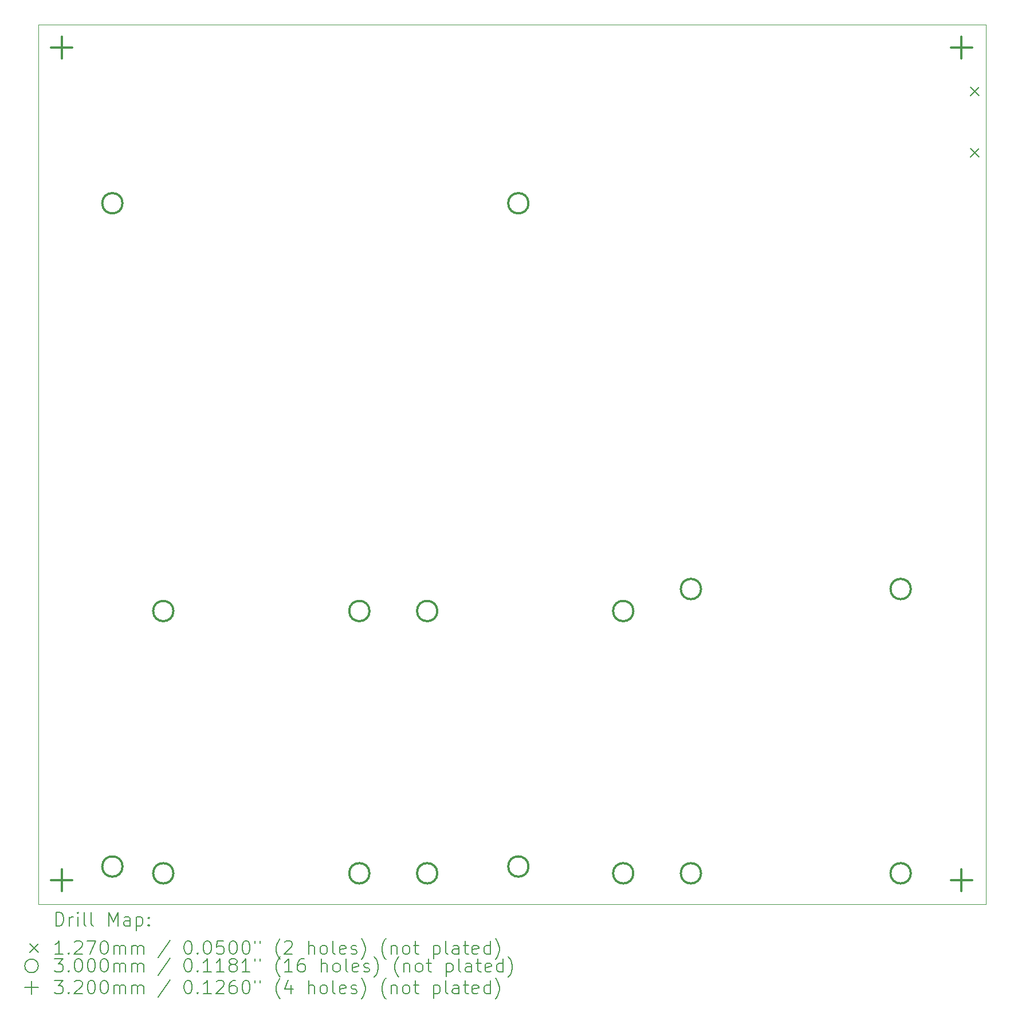
<source format=gbr>
%TF.GenerationSoftware,KiCad,Pcbnew,8.0.7-8.0.7-0~ubuntu24.10.1*%
%TF.CreationDate,2025-01-04T20:14:21+02:00*%
%TF.ProjectId,fpga_board,66706761-5f62-46f6-9172-642e6b696361,rev?*%
%TF.SameCoordinates,Original*%
%TF.FileFunction,Drillmap*%
%TF.FilePolarity,Positive*%
%FSLAX45Y45*%
G04 Gerber Fmt 4.5, Leading zero omitted, Abs format (unit mm)*
G04 Created by KiCad (PCBNEW 8.0.7-8.0.7-0~ubuntu24.10.1) date 2025-01-04 20:14:21*
%MOMM*%
%LPD*%
G01*
G04 APERTURE LIST*
%ADD10C,0.100000*%
%ADD11C,0.200000*%
%ADD12C,0.127000*%
%ADD13C,0.300000*%
%ADD14C,0.320000*%
G04 APERTURE END LIST*
D10*
X1810000Y-960000D02*
X15810000Y-960000D01*
X15810000Y-13960000D01*
X1810000Y-13960000D01*
X1810000Y-960000D01*
D11*
D12*
X15582500Y-1886500D02*
X15709500Y-2013500D01*
X15709500Y-1886500D02*
X15582500Y-2013500D01*
X15582500Y-2786500D02*
X15709500Y-2913500D01*
X15709500Y-2786500D02*
X15582500Y-2913500D01*
D13*
X3050000Y-3600000D02*
G75*
G02*
X2750000Y-3600000I-150000J0D01*
G01*
X2750000Y-3600000D02*
G75*
G02*
X3050000Y-3600000I150000J0D01*
G01*
X3050000Y-13400000D02*
G75*
G02*
X2750000Y-13400000I-150000J0D01*
G01*
X2750000Y-13400000D02*
G75*
G02*
X3050000Y-13400000I150000J0D01*
G01*
X3802500Y-9625000D02*
G75*
G02*
X3502500Y-9625000I-150000J0D01*
G01*
X3502500Y-9625000D02*
G75*
G02*
X3802500Y-9625000I150000J0D01*
G01*
X3802500Y-13500000D02*
G75*
G02*
X3502500Y-13500000I-150000J0D01*
G01*
X3502500Y-13500000D02*
G75*
G02*
X3802500Y-13500000I150000J0D01*
G01*
X6700000Y-9625000D02*
G75*
G02*
X6400000Y-9625000I-150000J0D01*
G01*
X6400000Y-9625000D02*
G75*
G02*
X6700000Y-9625000I150000J0D01*
G01*
X6700000Y-13500000D02*
G75*
G02*
X6400000Y-13500000I-150000J0D01*
G01*
X6400000Y-13500000D02*
G75*
G02*
X6700000Y-13500000I150000J0D01*
G01*
X7702500Y-9625000D02*
G75*
G02*
X7402500Y-9625000I-150000J0D01*
G01*
X7402500Y-9625000D02*
G75*
G02*
X7702500Y-9625000I150000J0D01*
G01*
X7702500Y-13500000D02*
G75*
G02*
X7402500Y-13500000I-150000J0D01*
G01*
X7402500Y-13500000D02*
G75*
G02*
X7702500Y-13500000I150000J0D01*
G01*
X9050000Y-3600000D02*
G75*
G02*
X8750000Y-3600000I-150000J0D01*
G01*
X8750000Y-3600000D02*
G75*
G02*
X9050000Y-3600000I150000J0D01*
G01*
X9050000Y-13400000D02*
G75*
G02*
X8750000Y-13400000I-150000J0D01*
G01*
X8750000Y-13400000D02*
G75*
G02*
X9050000Y-13400000I150000J0D01*
G01*
X10600000Y-9625000D02*
G75*
G02*
X10300000Y-9625000I-150000J0D01*
G01*
X10300000Y-9625000D02*
G75*
G02*
X10600000Y-9625000I150000J0D01*
G01*
X10600000Y-13500000D02*
G75*
G02*
X10300000Y-13500000I-150000J0D01*
G01*
X10300000Y-13500000D02*
G75*
G02*
X10600000Y-13500000I150000J0D01*
G01*
X11600000Y-9300000D02*
G75*
G02*
X11300000Y-9300000I-150000J0D01*
G01*
X11300000Y-9300000D02*
G75*
G02*
X11600000Y-9300000I150000J0D01*
G01*
X11600000Y-13500000D02*
G75*
G02*
X11300000Y-13500000I-150000J0D01*
G01*
X11300000Y-13500000D02*
G75*
G02*
X11600000Y-13500000I150000J0D01*
G01*
X14700000Y-9300000D02*
G75*
G02*
X14400000Y-9300000I-150000J0D01*
G01*
X14400000Y-9300000D02*
G75*
G02*
X14700000Y-9300000I150000J0D01*
G01*
X14700000Y-13500000D02*
G75*
G02*
X14400000Y-13500000I-150000J0D01*
G01*
X14400000Y-13500000D02*
G75*
G02*
X14700000Y-13500000I150000J0D01*
G01*
D14*
X2150000Y-1140000D02*
X2150000Y-1460000D01*
X1990000Y-1300000D02*
X2310000Y-1300000D01*
X2150000Y-13440000D02*
X2150000Y-13760000D01*
X1990000Y-13600000D02*
X2310000Y-13600000D01*
X15450000Y-1140000D02*
X15450000Y-1460000D01*
X15290000Y-1300000D02*
X15610000Y-1300000D01*
X15450000Y-13440000D02*
X15450000Y-13760000D01*
X15290000Y-13600000D02*
X15610000Y-13600000D01*
D11*
X2065777Y-14276484D02*
X2065777Y-14076484D01*
X2065777Y-14076484D02*
X2113396Y-14076484D01*
X2113396Y-14076484D02*
X2141967Y-14086008D01*
X2141967Y-14086008D02*
X2161015Y-14105055D01*
X2161015Y-14105055D02*
X2170539Y-14124103D01*
X2170539Y-14124103D02*
X2180063Y-14162198D01*
X2180063Y-14162198D02*
X2180063Y-14190769D01*
X2180063Y-14190769D02*
X2170539Y-14228865D01*
X2170539Y-14228865D02*
X2161015Y-14247912D01*
X2161015Y-14247912D02*
X2141967Y-14266960D01*
X2141967Y-14266960D02*
X2113396Y-14276484D01*
X2113396Y-14276484D02*
X2065777Y-14276484D01*
X2265777Y-14276484D02*
X2265777Y-14143150D01*
X2265777Y-14181246D02*
X2275301Y-14162198D01*
X2275301Y-14162198D02*
X2284824Y-14152674D01*
X2284824Y-14152674D02*
X2303872Y-14143150D01*
X2303872Y-14143150D02*
X2322920Y-14143150D01*
X2389586Y-14276484D02*
X2389586Y-14143150D01*
X2389586Y-14076484D02*
X2380063Y-14086008D01*
X2380063Y-14086008D02*
X2389586Y-14095531D01*
X2389586Y-14095531D02*
X2399110Y-14086008D01*
X2399110Y-14086008D02*
X2389586Y-14076484D01*
X2389586Y-14076484D02*
X2389586Y-14095531D01*
X2513396Y-14276484D02*
X2494348Y-14266960D01*
X2494348Y-14266960D02*
X2484824Y-14247912D01*
X2484824Y-14247912D02*
X2484824Y-14076484D01*
X2618158Y-14276484D02*
X2599110Y-14266960D01*
X2599110Y-14266960D02*
X2589586Y-14247912D01*
X2589586Y-14247912D02*
X2589586Y-14076484D01*
X2846729Y-14276484D02*
X2846729Y-14076484D01*
X2846729Y-14076484D02*
X2913396Y-14219341D01*
X2913396Y-14219341D02*
X2980062Y-14076484D01*
X2980062Y-14076484D02*
X2980062Y-14276484D01*
X3161015Y-14276484D02*
X3161015Y-14171722D01*
X3161015Y-14171722D02*
X3151491Y-14152674D01*
X3151491Y-14152674D02*
X3132443Y-14143150D01*
X3132443Y-14143150D02*
X3094348Y-14143150D01*
X3094348Y-14143150D02*
X3075301Y-14152674D01*
X3161015Y-14266960D02*
X3141967Y-14276484D01*
X3141967Y-14276484D02*
X3094348Y-14276484D01*
X3094348Y-14276484D02*
X3075301Y-14266960D01*
X3075301Y-14266960D02*
X3065777Y-14247912D01*
X3065777Y-14247912D02*
X3065777Y-14228865D01*
X3065777Y-14228865D02*
X3075301Y-14209817D01*
X3075301Y-14209817D02*
X3094348Y-14200293D01*
X3094348Y-14200293D02*
X3141967Y-14200293D01*
X3141967Y-14200293D02*
X3161015Y-14190769D01*
X3256253Y-14143150D02*
X3256253Y-14343150D01*
X3256253Y-14152674D02*
X3275301Y-14143150D01*
X3275301Y-14143150D02*
X3313396Y-14143150D01*
X3313396Y-14143150D02*
X3332443Y-14152674D01*
X3332443Y-14152674D02*
X3341967Y-14162198D01*
X3341967Y-14162198D02*
X3351491Y-14181246D01*
X3351491Y-14181246D02*
X3351491Y-14238388D01*
X3351491Y-14238388D02*
X3341967Y-14257436D01*
X3341967Y-14257436D02*
X3332443Y-14266960D01*
X3332443Y-14266960D02*
X3313396Y-14276484D01*
X3313396Y-14276484D02*
X3275301Y-14276484D01*
X3275301Y-14276484D02*
X3256253Y-14266960D01*
X3437205Y-14257436D02*
X3446729Y-14266960D01*
X3446729Y-14266960D02*
X3437205Y-14276484D01*
X3437205Y-14276484D02*
X3427682Y-14266960D01*
X3427682Y-14266960D02*
X3437205Y-14257436D01*
X3437205Y-14257436D02*
X3437205Y-14276484D01*
X3437205Y-14152674D02*
X3446729Y-14162198D01*
X3446729Y-14162198D02*
X3437205Y-14171722D01*
X3437205Y-14171722D02*
X3427682Y-14162198D01*
X3427682Y-14162198D02*
X3437205Y-14152674D01*
X3437205Y-14152674D02*
X3437205Y-14171722D01*
D12*
X1678000Y-14541500D02*
X1805000Y-14668500D01*
X1805000Y-14541500D02*
X1678000Y-14668500D01*
D11*
X2170539Y-14696484D02*
X2056253Y-14696484D01*
X2113396Y-14696484D02*
X2113396Y-14496484D01*
X2113396Y-14496484D02*
X2094348Y-14525055D01*
X2094348Y-14525055D02*
X2075301Y-14544103D01*
X2075301Y-14544103D02*
X2056253Y-14553627D01*
X2256253Y-14677436D02*
X2265777Y-14686960D01*
X2265777Y-14686960D02*
X2256253Y-14696484D01*
X2256253Y-14696484D02*
X2246729Y-14686960D01*
X2246729Y-14686960D02*
X2256253Y-14677436D01*
X2256253Y-14677436D02*
X2256253Y-14696484D01*
X2341967Y-14515531D02*
X2351491Y-14506008D01*
X2351491Y-14506008D02*
X2370539Y-14496484D01*
X2370539Y-14496484D02*
X2418158Y-14496484D01*
X2418158Y-14496484D02*
X2437205Y-14506008D01*
X2437205Y-14506008D02*
X2446729Y-14515531D01*
X2446729Y-14515531D02*
X2456253Y-14534579D01*
X2456253Y-14534579D02*
X2456253Y-14553627D01*
X2456253Y-14553627D02*
X2446729Y-14582198D01*
X2446729Y-14582198D02*
X2332444Y-14696484D01*
X2332444Y-14696484D02*
X2456253Y-14696484D01*
X2522920Y-14496484D02*
X2656253Y-14496484D01*
X2656253Y-14496484D02*
X2570539Y-14696484D01*
X2770539Y-14496484D02*
X2789586Y-14496484D01*
X2789586Y-14496484D02*
X2808634Y-14506008D01*
X2808634Y-14506008D02*
X2818158Y-14515531D01*
X2818158Y-14515531D02*
X2827682Y-14534579D01*
X2827682Y-14534579D02*
X2837205Y-14572674D01*
X2837205Y-14572674D02*
X2837205Y-14620293D01*
X2837205Y-14620293D02*
X2827682Y-14658388D01*
X2827682Y-14658388D02*
X2818158Y-14677436D01*
X2818158Y-14677436D02*
X2808634Y-14686960D01*
X2808634Y-14686960D02*
X2789586Y-14696484D01*
X2789586Y-14696484D02*
X2770539Y-14696484D01*
X2770539Y-14696484D02*
X2751491Y-14686960D01*
X2751491Y-14686960D02*
X2741967Y-14677436D01*
X2741967Y-14677436D02*
X2732444Y-14658388D01*
X2732444Y-14658388D02*
X2722920Y-14620293D01*
X2722920Y-14620293D02*
X2722920Y-14572674D01*
X2722920Y-14572674D02*
X2732444Y-14534579D01*
X2732444Y-14534579D02*
X2741967Y-14515531D01*
X2741967Y-14515531D02*
X2751491Y-14506008D01*
X2751491Y-14506008D02*
X2770539Y-14496484D01*
X2922920Y-14696484D02*
X2922920Y-14563150D01*
X2922920Y-14582198D02*
X2932443Y-14572674D01*
X2932443Y-14572674D02*
X2951491Y-14563150D01*
X2951491Y-14563150D02*
X2980063Y-14563150D01*
X2980063Y-14563150D02*
X2999110Y-14572674D01*
X2999110Y-14572674D02*
X3008634Y-14591722D01*
X3008634Y-14591722D02*
X3008634Y-14696484D01*
X3008634Y-14591722D02*
X3018158Y-14572674D01*
X3018158Y-14572674D02*
X3037205Y-14563150D01*
X3037205Y-14563150D02*
X3065777Y-14563150D01*
X3065777Y-14563150D02*
X3084824Y-14572674D01*
X3084824Y-14572674D02*
X3094348Y-14591722D01*
X3094348Y-14591722D02*
X3094348Y-14696484D01*
X3189586Y-14696484D02*
X3189586Y-14563150D01*
X3189586Y-14582198D02*
X3199110Y-14572674D01*
X3199110Y-14572674D02*
X3218158Y-14563150D01*
X3218158Y-14563150D02*
X3246729Y-14563150D01*
X3246729Y-14563150D02*
X3265777Y-14572674D01*
X3265777Y-14572674D02*
X3275301Y-14591722D01*
X3275301Y-14591722D02*
X3275301Y-14696484D01*
X3275301Y-14591722D02*
X3284824Y-14572674D01*
X3284824Y-14572674D02*
X3303872Y-14563150D01*
X3303872Y-14563150D02*
X3332443Y-14563150D01*
X3332443Y-14563150D02*
X3351491Y-14572674D01*
X3351491Y-14572674D02*
X3361015Y-14591722D01*
X3361015Y-14591722D02*
X3361015Y-14696484D01*
X3751491Y-14486960D02*
X3580063Y-14744103D01*
X4008634Y-14496484D02*
X4027682Y-14496484D01*
X4027682Y-14496484D02*
X4046729Y-14506008D01*
X4046729Y-14506008D02*
X4056253Y-14515531D01*
X4056253Y-14515531D02*
X4065777Y-14534579D01*
X4065777Y-14534579D02*
X4075301Y-14572674D01*
X4075301Y-14572674D02*
X4075301Y-14620293D01*
X4075301Y-14620293D02*
X4065777Y-14658388D01*
X4065777Y-14658388D02*
X4056253Y-14677436D01*
X4056253Y-14677436D02*
X4046729Y-14686960D01*
X4046729Y-14686960D02*
X4027682Y-14696484D01*
X4027682Y-14696484D02*
X4008634Y-14696484D01*
X4008634Y-14696484D02*
X3989586Y-14686960D01*
X3989586Y-14686960D02*
X3980063Y-14677436D01*
X3980063Y-14677436D02*
X3970539Y-14658388D01*
X3970539Y-14658388D02*
X3961015Y-14620293D01*
X3961015Y-14620293D02*
X3961015Y-14572674D01*
X3961015Y-14572674D02*
X3970539Y-14534579D01*
X3970539Y-14534579D02*
X3980063Y-14515531D01*
X3980063Y-14515531D02*
X3989586Y-14506008D01*
X3989586Y-14506008D02*
X4008634Y-14496484D01*
X4161015Y-14677436D02*
X4170539Y-14686960D01*
X4170539Y-14686960D02*
X4161015Y-14696484D01*
X4161015Y-14696484D02*
X4151491Y-14686960D01*
X4151491Y-14686960D02*
X4161015Y-14677436D01*
X4161015Y-14677436D02*
X4161015Y-14696484D01*
X4294348Y-14496484D02*
X4313396Y-14496484D01*
X4313396Y-14496484D02*
X4332444Y-14506008D01*
X4332444Y-14506008D02*
X4341968Y-14515531D01*
X4341968Y-14515531D02*
X4351491Y-14534579D01*
X4351491Y-14534579D02*
X4361015Y-14572674D01*
X4361015Y-14572674D02*
X4361015Y-14620293D01*
X4361015Y-14620293D02*
X4351491Y-14658388D01*
X4351491Y-14658388D02*
X4341968Y-14677436D01*
X4341968Y-14677436D02*
X4332444Y-14686960D01*
X4332444Y-14686960D02*
X4313396Y-14696484D01*
X4313396Y-14696484D02*
X4294348Y-14696484D01*
X4294348Y-14696484D02*
X4275301Y-14686960D01*
X4275301Y-14686960D02*
X4265777Y-14677436D01*
X4265777Y-14677436D02*
X4256253Y-14658388D01*
X4256253Y-14658388D02*
X4246729Y-14620293D01*
X4246729Y-14620293D02*
X4246729Y-14572674D01*
X4246729Y-14572674D02*
X4256253Y-14534579D01*
X4256253Y-14534579D02*
X4265777Y-14515531D01*
X4265777Y-14515531D02*
X4275301Y-14506008D01*
X4275301Y-14506008D02*
X4294348Y-14496484D01*
X4541968Y-14496484D02*
X4446729Y-14496484D01*
X4446729Y-14496484D02*
X4437206Y-14591722D01*
X4437206Y-14591722D02*
X4446729Y-14582198D01*
X4446729Y-14582198D02*
X4465777Y-14572674D01*
X4465777Y-14572674D02*
X4513396Y-14572674D01*
X4513396Y-14572674D02*
X4532444Y-14582198D01*
X4532444Y-14582198D02*
X4541968Y-14591722D01*
X4541968Y-14591722D02*
X4551491Y-14610769D01*
X4551491Y-14610769D02*
X4551491Y-14658388D01*
X4551491Y-14658388D02*
X4541968Y-14677436D01*
X4541968Y-14677436D02*
X4532444Y-14686960D01*
X4532444Y-14686960D02*
X4513396Y-14696484D01*
X4513396Y-14696484D02*
X4465777Y-14696484D01*
X4465777Y-14696484D02*
X4446729Y-14686960D01*
X4446729Y-14686960D02*
X4437206Y-14677436D01*
X4675301Y-14496484D02*
X4694349Y-14496484D01*
X4694349Y-14496484D02*
X4713396Y-14506008D01*
X4713396Y-14506008D02*
X4722920Y-14515531D01*
X4722920Y-14515531D02*
X4732444Y-14534579D01*
X4732444Y-14534579D02*
X4741968Y-14572674D01*
X4741968Y-14572674D02*
X4741968Y-14620293D01*
X4741968Y-14620293D02*
X4732444Y-14658388D01*
X4732444Y-14658388D02*
X4722920Y-14677436D01*
X4722920Y-14677436D02*
X4713396Y-14686960D01*
X4713396Y-14686960D02*
X4694349Y-14696484D01*
X4694349Y-14696484D02*
X4675301Y-14696484D01*
X4675301Y-14696484D02*
X4656253Y-14686960D01*
X4656253Y-14686960D02*
X4646729Y-14677436D01*
X4646729Y-14677436D02*
X4637206Y-14658388D01*
X4637206Y-14658388D02*
X4627682Y-14620293D01*
X4627682Y-14620293D02*
X4627682Y-14572674D01*
X4627682Y-14572674D02*
X4637206Y-14534579D01*
X4637206Y-14534579D02*
X4646729Y-14515531D01*
X4646729Y-14515531D02*
X4656253Y-14506008D01*
X4656253Y-14506008D02*
X4675301Y-14496484D01*
X4865777Y-14496484D02*
X4884825Y-14496484D01*
X4884825Y-14496484D02*
X4903872Y-14506008D01*
X4903872Y-14506008D02*
X4913396Y-14515531D01*
X4913396Y-14515531D02*
X4922920Y-14534579D01*
X4922920Y-14534579D02*
X4932444Y-14572674D01*
X4932444Y-14572674D02*
X4932444Y-14620293D01*
X4932444Y-14620293D02*
X4922920Y-14658388D01*
X4922920Y-14658388D02*
X4913396Y-14677436D01*
X4913396Y-14677436D02*
X4903872Y-14686960D01*
X4903872Y-14686960D02*
X4884825Y-14696484D01*
X4884825Y-14696484D02*
X4865777Y-14696484D01*
X4865777Y-14696484D02*
X4846729Y-14686960D01*
X4846729Y-14686960D02*
X4837206Y-14677436D01*
X4837206Y-14677436D02*
X4827682Y-14658388D01*
X4827682Y-14658388D02*
X4818158Y-14620293D01*
X4818158Y-14620293D02*
X4818158Y-14572674D01*
X4818158Y-14572674D02*
X4827682Y-14534579D01*
X4827682Y-14534579D02*
X4837206Y-14515531D01*
X4837206Y-14515531D02*
X4846729Y-14506008D01*
X4846729Y-14506008D02*
X4865777Y-14496484D01*
X5008634Y-14496484D02*
X5008634Y-14534579D01*
X5084825Y-14496484D02*
X5084825Y-14534579D01*
X5380063Y-14772674D02*
X5370539Y-14763150D01*
X5370539Y-14763150D02*
X5351491Y-14734579D01*
X5351491Y-14734579D02*
X5341968Y-14715531D01*
X5341968Y-14715531D02*
X5332444Y-14686960D01*
X5332444Y-14686960D02*
X5322920Y-14639341D01*
X5322920Y-14639341D02*
X5322920Y-14601246D01*
X5322920Y-14601246D02*
X5332444Y-14553627D01*
X5332444Y-14553627D02*
X5341968Y-14525055D01*
X5341968Y-14525055D02*
X5351491Y-14506008D01*
X5351491Y-14506008D02*
X5370539Y-14477436D01*
X5370539Y-14477436D02*
X5380063Y-14467912D01*
X5446730Y-14515531D02*
X5456253Y-14506008D01*
X5456253Y-14506008D02*
X5475301Y-14496484D01*
X5475301Y-14496484D02*
X5522920Y-14496484D01*
X5522920Y-14496484D02*
X5541968Y-14506008D01*
X5541968Y-14506008D02*
X5551491Y-14515531D01*
X5551491Y-14515531D02*
X5561015Y-14534579D01*
X5561015Y-14534579D02*
X5561015Y-14553627D01*
X5561015Y-14553627D02*
X5551491Y-14582198D01*
X5551491Y-14582198D02*
X5437206Y-14696484D01*
X5437206Y-14696484D02*
X5561015Y-14696484D01*
X5799110Y-14696484D02*
X5799110Y-14496484D01*
X5884825Y-14696484D02*
X5884825Y-14591722D01*
X5884825Y-14591722D02*
X5875301Y-14572674D01*
X5875301Y-14572674D02*
X5856253Y-14563150D01*
X5856253Y-14563150D02*
X5827682Y-14563150D01*
X5827682Y-14563150D02*
X5808634Y-14572674D01*
X5808634Y-14572674D02*
X5799110Y-14582198D01*
X6008634Y-14696484D02*
X5989587Y-14686960D01*
X5989587Y-14686960D02*
X5980063Y-14677436D01*
X5980063Y-14677436D02*
X5970539Y-14658388D01*
X5970539Y-14658388D02*
X5970539Y-14601246D01*
X5970539Y-14601246D02*
X5980063Y-14582198D01*
X5980063Y-14582198D02*
X5989587Y-14572674D01*
X5989587Y-14572674D02*
X6008634Y-14563150D01*
X6008634Y-14563150D02*
X6037206Y-14563150D01*
X6037206Y-14563150D02*
X6056253Y-14572674D01*
X6056253Y-14572674D02*
X6065777Y-14582198D01*
X6065777Y-14582198D02*
X6075301Y-14601246D01*
X6075301Y-14601246D02*
X6075301Y-14658388D01*
X6075301Y-14658388D02*
X6065777Y-14677436D01*
X6065777Y-14677436D02*
X6056253Y-14686960D01*
X6056253Y-14686960D02*
X6037206Y-14696484D01*
X6037206Y-14696484D02*
X6008634Y-14696484D01*
X6189587Y-14696484D02*
X6170539Y-14686960D01*
X6170539Y-14686960D02*
X6161015Y-14667912D01*
X6161015Y-14667912D02*
X6161015Y-14496484D01*
X6341968Y-14686960D02*
X6322920Y-14696484D01*
X6322920Y-14696484D02*
X6284825Y-14696484D01*
X6284825Y-14696484D02*
X6265777Y-14686960D01*
X6265777Y-14686960D02*
X6256253Y-14667912D01*
X6256253Y-14667912D02*
X6256253Y-14591722D01*
X6256253Y-14591722D02*
X6265777Y-14572674D01*
X6265777Y-14572674D02*
X6284825Y-14563150D01*
X6284825Y-14563150D02*
X6322920Y-14563150D01*
X6322920Y-14563150D02*
X6341968Y-14572674D01*
X6341968Y-14572674D02*
X6351491Y-14591722D01*
X6351491Y-14591722D02*
X6351491Y-14610769D01*
X6351491Y-14610769D02*
X6256253Y-14629817D01*
X6427682Y-14686960D02*
X6446730Y-14696484D01*
X6446730Y-14696484D02*
X6484825Y-14696484D01*
X6484825Y-14696484D02*
X6503872Y-14686960D01*
X6503872Y-14686960D02*
X6513396Y-14667912D01*
X6513396Y-14667912D02*
X6513396Y-14658388D01*
X6513396Y-14658388D02*
X6503872Y-14639341D01*
X6503872Y-14639341D02*
X6484825Y-14629817D01*
X6484825Y-14629817D02*
X6456253Y-14629817D01*
X6456253Y-14629817D02*
X6437206Y-14620293D01*
X6437206Y-14620293D02*
X6427682Y-14601246D01*
X6427682Y-14601246D02*
X6427682Y-14591722D01*
X6427682Y-14591722D02*
X6437206Y-14572674D01*
X6437206Y-14572674D02*
X6456253Y-14563150D01*
X6456253Y-14563150D02*
X6484825Y-14563150D01*
X6484825Y-14563150D02*
X6503872Y-14572674D01*
X6580063Y-14772674D02*
X6589587Y-14763150D01*
X6589587Y-14763150D02*
X6608634Y-14734579D01*
X6608634Y-14734579D02*
X6618158Y-14715531D01*
X6618158Y-14715531D02*
X6627682Y-14686960D01*
X6627682Y-14686960D02*
X6637206Y-14639341D01*
X6637206Y-14639341D02*
X6637206Y-14601246D01*
X6637206Y-14601246D02*
X6627682Y-14553627D01*
X6627682Y-14553627D02*
X6618158Y-14525055D01*
X6618158Y-14525055D02*
X6608634Y-14506008D01*
X6608634Y-14506008D02*
X6589587Y-14477436D01*
X6589587Y-14477436D02*
X6580063Y-14467912D01*
X6941968Y-14772674D02*
X6932444Y-14763150D01*
X6932444Y-14763150D02*
X6913396Y-14734579D01*
X6913396Y-14734579D02*
X6903872Y-14715531D01*
X6903872Y-14715531D02*
X6894349Y-14686960D01*
X6894349Y-14686960D02*
X6884825Y-14639341D01*
X6884825Y-14639341D02*
X6884825Y-14601246D01*
X6884825Y-14601246D02*
X6894349Y-14553627D01*
X6894349Y-14553627D02*
X6903872Y-14525055D01*
X6903872Y-14525055D02*
X6913396Y-14506008D01*
X6913396Y-14506008D02*
X6932444Y-14477436D01*
X6932444Y-14477436D02*
X6941968Y-14467912D01*
X7018158Y-14563150D02*
X7018158Y-14696484D01*
X7018158Y-14582198D02*
X7027682Y-14572674D01*
X7027682Y-14572674D02*
X7046730Y-14563150D01*
X7046730Y-14563150D02*
X7075301Y-14563150D01*
X7075301Y-14563150D02*
X7094349Y-14572674D01*
X7094349Y-14572674D02*
X7103872Y-14591722D01*
X7103872Y-14591722D02*
X7103872Y-14696484D01*
X7227682Y-14696484D02*
X7208634Y-14686960D01*
X7208634Y-14686960D02*
X7199111Y-14677436D01*
X7199111Y-14677436D02*
X7189587Y-14658388D01*
X7189587Y-14658388D02*
X7189587Y-14601246D01*
X7189587Y-14601246D02*
X7199111Y-14582198D01*
X7199111Y-14582198D02*
X7208634Y-14572674D01*
X7208634Y-14572674D02*
X7227682Y-14563150D01*
X7227682Y-14563150D02*
X7256253Y-14563150D01*
X7256253Y-14563150D02*
X7275301Y-14572674D01*
X7275301Y-14572674D02*
X7284825Y-14582198D01*
X7284825Y-14582198D02*
X7294349Y-14601246D01*
X7294349Y-14601246D02*
X7294349Y-14658388D01*
X7294349Y-14658388D02*
X7284825Y-14677436D01*
X7284825Y-14677436D02*
X7275301Y-14686960D01*
X7275301Y-14686960D02*
X7256253Y-14696484D01*
X7256253Y-14696484D02*
X7227682Y-14696484D01*
X7351492Y-14563150D02*
X7427682Y-14563150D01*
X7380063Y-14496484D02*
X7380063Y-14667912D01*
X7380063Y-14667912D02*
X7389587Y-14686960D01*
X7389587Y-14686960D02*
X7408634Y-14696484D01*
X7408634Y-14696484D02*
X7427682Y-14696484D01*
X7646730Y-14563150D02*
X7646730Y-14763150D01*
X7646730Y-14572674D02*
X7665777Y-14563150D01*
X7665777Y-14563150D02*
X7703873Y-14563150D01*
X7703873Y-14563150D02*
X7722920Y-14572674D01*
X7722920Y-14572674D02*
X7732444Y-14582198D01*
X7732444Y-14582198D02*
X7741968Y-14601246D01*
X7741968Y-14601246D02*
X7741968Y-14658388D01*
X7741968Y-14658388D02*
X7732444Y-14677436D01*
X7732444Y-14677436D02*
X7722920Y-14686960D01*
X7722920Y-14686960D02*
X7703873Y-14696484D01*
X7703873Y-14696484D02*
X7665777Y-14696484D01*
X7665777Y-14696484D02*
X7646730Y-14686960D01*
X7856253Y-14696484D02*
X7837206Y-14686960D01*
X7837206Y-14686960D02*
X7827682Y-14667912D01*
X7827682Y-14667912D02*
X7827682Y-14496484D01*
X8018158Y-14696484D02*
X8018158Y-14591722D01*
X8018158Y-14591722D02*
X8008634Y-14572674D01*
X8008634Y-14572674D02*
X7989587Y-14563150D01*
X7989587Y-14563150D02*
X7951492Y-14563150D01*
X7951492Y-14563150D02*
X7932444Y-14572674D01*
X8018158Y-14686960D02*
X7999111Y-14696484D01*
X7999111Y-14696484D02*
X7951492Y-14696484D01*
X7951492Y-14696484D02*
X7932444Y-14686960D01*
X7932444Y-14686960D02*
X7922920Y-14667912D01*
X7922920Y-14667912D02*
X7922920Y-14648865D01*
X7922920Y-14648865D02*
X7932444Y-14629817D01*
X7932444Y-14629817D02*
X7951492Y-14620293D01*
X7951492Y-14620293D02*
X7999111Y-14620293D01*
X7999111Y-14620293D02*
X8018158Y-14610769D01*
X8084825Y-14563150D02*
X8161015Y-14563150D01*
X8113396Y-14496484D02*
X8113396Y-14667912D01*
X8113396Y-14667912D02*
X8122920Y-14686960D01*
X8122920Y-14686960D02*
X8141968Y-14696484D01*
X8141968Y-14696484D02*
X8161015Y-14696484D01*
X8303873Y-14686960D02*
X8284825Y-14696484D01*
X8284825Y-14696484D02*
X8246730Y-14696484D01*
X8246730Y-14696484D02*
X8227682Y-14686960D01*
X8227682Y-14686960D02*
X8218158Y-14667912D01*
X8218158Y-14667912D02*
X8218158Y-14591722D01*
X8218158Y-14591722D02*
X8227682Y-14572674D01*
X8227682Y-14572674D02*
X8246730Y-14563150D01*
X8246730Y-14563150D02*
X8284825Y-14563150D01*
X8284825Y-14563150D02*
X8303873Y-14572674D01*
X8303873Y-14572674D02*
X8313396Y-14591722D01*
X8313396Y-14591722D02*
X8313396Y-14610769D01*
X8313396Y-14610769D02*
X8218158Y-14629817D01*
X8484825Y-14696484D02*
X8484825Y-14496484D01*
X8484825Y-14686960D02*
X8465777Y-14696484D01*
X8465777Y-14696484D02*
X8427682Y-14696484D01*
X8427682Y-14696484D02*
X8408635Y-14686960D01*
X8408635Y-14686960D02*
X8399111Y-14677436D01*
X8399111Y-14677436D02*
X8389587Y-14658388D01*
X8389587Y-14658388D02*
X8389587Y-14601246D01*
X8389587Y-14601246D02*
X8399111Y-14582198D01*
X8399111Y-14582198D02*
X8408635Y-14572674D01*
X8408635Y-14572674D02*
X8427682Y-14563150D01*
X8427682Y-14563150D02*
X8465777Y-14563150D01*
X8465777Y-14563150D02*
X8484825Y-14572674D01*
X8561016Y-14772674D02*
X8570539Y-14763150D01*
X8570539Y-14763150D02*
X8589587Y-14734579D01*
X8589587Y-14734579D02*
X8599111Y-14715531D01*
X8599111Y-14715531D02*
X8608635Y-14686960D01*
X8608635Y-14686960D02*
X8618158Y-14639341D01*
X8618158Y-14639341D02*
X8618158Y-14601246D01*
X8618158Y-14601246D02*
X8608635Y-14553627D01*
X8608635Y-14553627D02*
X8599111Y-14525055D01*
X8599111Y-14525055D02*
X8589587Y-14506008D01*
X8589587Y-14506008D02*
X8570539Y-14477436D01*
X8570539Y-14477436D02*
X8561016Y-14467912D01*
X1805000Y-14869000D02*
G75*
G02*
X1605000Y-14869000I-100000J0D01*
G01*
X1605000Y-14869000D02*
G75*
G02*
X1805000Y-14869000I100000J0D01*
G01*
X2046729Y-14760484D02*
X2170539Y-14760484D01*
X2170539Y-14760484D02*
X2103872Y-14836674D01*
X2103872Y-14836674D02*
X2132444Y-14836674D01*
X2132444Y-14836674D02*
X2151491Y-14846198D01*
X2151491Y-14846198D02*
X2161015Y-14855722D01*
X2161015Y-14855722D02*
X2170539Y-14874769D01*
X2170539Y-14874769D02*
X2170539Y-14922388D01*
X2170539Y-14922388D02*
X2161015Y-14941436D01*
X2161015Y-14941436D02*
X2151491Y-14950960D01*
X2151491Y-14950960D02*
X2132444Y-14960484D01*
X2132444Y-14960484D02*
X2075301Y-14960484D01*
X2075301Y-14960484D02*
X2056253Y-14950960D01*
X2056253Y-14950960D02*
X2046729Y-14941436D01*
X2256253Y-14941436D02*
X2265777Y-14950960D01*
X2265777Y-14950960D02*
X2256253Y-14960484D01*
X2256253Y-14960484D02*
X2246729Y-14950960D01*
X2246729Y-14950960D02*
X2256253Y-14941436D01*
X2256253Y-14941436D02*
X2256253Y-14960484D01*
X2389586Y-14760484D02*
X2408634Y-14760484D01*
X2408634Y-14760484D02*
X2427682Y-14770008D01*
X2427682Y-14770008D02*
X2437205Y-14779531D01*
X2437205Y-14779531D02*
X2446729Y-14798579D01*
X2446729Y-14798579D02*
X2456253Y-14836674D01*
X2456253Y-14836674D02*
X2456253Y-14884293D01*
X2456253Y-14884293D02*
X2446729Y-14922388D01*
X2446729Y-14922388D02*
X2437205Y-14941436D01*
X2437205Y-14941436D02*
X2427682Y-14950960D01*
X2427682Y-14950960D02*
X2408634Y-14960484D01*
X2408634Y-14960484D02*
X2389586Y-14960484D01*
X2389586Y-14960484D02*
X2370539Y-14950960D01*
X2370539Y-14950960D02*
X2361015Y-14941436D01*
X2361015Y-14941436D02*
X2351491Y-14922388D01*
X2351491Y-14922388D02*
X2341967Y-14884293D01*
X2341967Y-14884293D02*
X2341967Y-14836674D01*
X2341967Y-14836674D02*
X2351491Y-14798579D01*
X2351491Y-14798579D02*
X2361015Y-14779531D01*
X2361015Y-14779531D02*
X2370539Y-14770008D01*
X2370539Y-14770008D02*
X2389586Y-14760484D01*
X2580063Y-14760484D02*
X2599110Y-14760484D01*
X2599110Y-14760484D02*
X2618158Y-14770008D01*
X2618158Y-14770008D02*
X2627682Y-14779531D01*
X2627682Y-14779531D02*
X2637205Y-14798579D01*
X2637205Y-14798579D02*
X2646729Y-14836674D01*
X2646729Y-14836674D02*
X2646729Y-14884293D01*
X2646729Y-14884293D02*
X2637205Y-14922388D01*
X2637205Y-14922388D02*
X2627682Y-14941436D01*
X2627682Y-14941436D02*
X2618158Y-14950960D01*
X2618158Y-14950960D02*
X2599110Y-14960484D01*
X2599110Y-14960484D02*
X2580063Y-14960484D01*
X2580063Y-14960484D02*
X2561015Y-14950960D01*
X2561015Y-14950960D02*
X2551491Y-14941436D01*
X2551491Y-14941436D02*
X2541967Y-14922388D01*
X2541967Y-14922388D02*
X2532444Y-14884293D01*
X2532444Y-14884293D02*
X2532444Y-14836674D01*
X2532444Y-14836674D02*
X2541967Y-14798579D01*
X2541967Y-14798579D02*
X2551491Y-14779531D01*
X2551491Y-14779531D02*
X2561015Y-14770008D01*
X2561015Y-14770008D02*
X2580063Y-14760484D01*
X2770539Y-14760484D02*
X2789586Y-14760484D01*
X2789586Y-14760484D02*
X2808634Y-14770008D01*
X2808634Y-14770008D02*
X2818158Y-14779531D01*
X2818158Y-14779531D02*
X2827682Y-14798579D01*
X2827682Y-14798579D02*
X2837205Y-14836674D01*
X2837205Y-14836674D02*
X2837205Y-14884293D01*
X2837205Y-14884293D02*
X2827682Y-14922388D01*
X2827682Y-14922388D02*
X2818158Y-14941436D01*
X2818158Y-14941436D02*
X2808634Y-14950960D01*
X2808634Y-14950960D02*
X2789586Y-14960484D01*
X2789586Y-14960484D02*
X2770539Y-14960484D01*
X2770539Y-14960484D02*
X2751491Y-14950960D01*
X2751491Y-14950960D02*
X2741967Y-14941436D01*
X2741967Y-14941436D02*
X2732444Y-14922388D01*
X2732444Y-14922388D02*
X2722920Y-14884293D01*
X2722920Y-14884293D02*
X2722920Y-14836674D01*
X2722920Y-14836674D02*
X2732444Y-14798579D01*
X2732444Y-14798579D02*
X2741967Y-14779531D01*
X2741967Y-14779531D02*
X2751491Y-14770008D01*
X2751491Y-14770008D02*
X2770539Y-14760484D01*
X2922920Y-14960484D02*
X2922920Y-14827150D01*
X2922920Y-14846198D02*
X2932443Y-14836674D01*
X2932443Y-14836674D02*
X2951491Y-14827150D01*
X2951491Y-14827150D02*
X2980063Y-14827150D01*
X2980063Y-14827150D02*
X2999110Y-14836674D01*
X2999110Y-14836674D02*
X3008634Y-14855722D01*
X3008634Y-14855722D02*
X3008634Y-14960484D01*
X3008634Y-14855722D02*
X3018158Y-14836674D01*
X3018158Y-14836674D02*
X3037205Y-14827150D01*
X3037205Y-14827150D02*
X3065777Y-14827150D01*
X3065777Y-14827150D02*
X3084824Y-14836674D01*
X3084824Y-14836674D02*
X3094348Y-14855722D01*
X3094348Y-14855722D02*
X3094348Y-14960484D01*
X3189586Y-14960484D02*
X3189586Y-14827150D01*
X3189586Y-14846198D02*
X3199110Y-14836674D01*
X3199110Y-14836674D02*
X3218158Y-14827150D01*
X3218158Y-14827150D02*
X3246729Y-14827150D01*
X3246729Y-14827150D02*
X3265777Y-14836674D01*
X3265777Y-14836674D02*
X3275301Y-14855722D01*
X3275301Y-14855722D02*
X3275301Y-14960484D01*
X3275301Y-14855722D02*
X3284824Y-14836674D01*
X3284824Y-14836674D02*
X3303872Y-14827150D01*
X3303872Y-14827150D02*
X3332443Y-14827150D01*
X3332443Y-14827150D02*
X3351491Y-14836674D01*
X3351491Y-14836674D02*
X3361015Y-14855722D01*
X3361015Y-14855722D02*
X3361015Y-14960484D01*
X3751491Y-14750960D02*
X3580063Y-15008103D01*
X4008634Y-14760484D02*
X4027682Y-14760484D01*
X4027682Y-14760484D02*
X4046729Y-14770008D01*
X4046729Y-14770008D02*
X4056253Y-14779531D01*
X4056253Y-14779531D02*
X4065777Y-14798579D01*
X4065777Y-14798579D02*
X4075301Y-14836674D01*
X4075301Y-14836674D02*
X4075301Y-14884293D01*
X4075301Y-14884293D02*
X4065777Y-14922388D01*
X4065777Y-14922388D02*
X4056253Y-14941436D01*
X4056253Y-14941436D02*
X4046729Y-14950960D01*
X4046729Y-14950960D02*
X4027682Y-14960484D01*
X4027682Y-14960484D02*
X4008634Y-14960484D01*
X4008634Y-14960484D02*
X3989586Y-14950960D01*
X3989586Y-14950960D02*
X3980063Y-14941436D01*
X3980063Y-14941436D02*
X3970539Y-14922388D01*
X3970539Y-14922388D02*
X3961015Y-14884293D01*
X3961015Y-14884293D02*
X3961015Y-14836674D01*
X3961015Y-14836674D02*
X3970539Y-14798579D01*
X3970539Y-14798579D02*
X3980063Y-14779531D01*
X3980063Y-14779531D02*
X3989586Y-14770008D01*
X3989586Y-14770008D02*
X4008634Y-14760484D01*
X4161015Y-14941436D02*
X4170539Y-14950960D01*
X4170539Y-14950960D02*
X4161015Y-14960484D01*
X4161015Y-14960484D02*
X4151491Y-14950960D01*
X4151491Y-14950960D02*
X4161015Y-14941436D01*
X4161015Y-14941436D02*
X4161015Y-14960484D01*
X4361015Y-14960484D02*
X4246729Y-14960484D01*
X4303872Y-14960484D02*
X4303872Y-14760484D01*
X4303872Y-14760484D02*
X4284825Y-14789055D01*
X4284825Y-14789055D02*
X4265777Y-14808103D01*
X4265777Y-14808103D02*
X4246729Y-14817627D01*
X4551491Y-14960484D02*
X4437206Y-14960484D01*
X4494348Y-14960484D02*
X4494348Y-14760484D01*
X4494348Y-14760484D02*
X4475301Y-14789055D01*
X4475301Y-14789055D02*
X4456253Y-14808103D01*
X4456253Y-14808103D02*
X4437206Y-14817627D01*
X4665777Y-14846198D02*
X4646729Y-14836674D01*
X4646729Y-14836674D02*
X4637206Y-14827150D01*
X4637206Y-14827150D02*
X4627682Y-14808103D01*
X4627682Y-14808103D02*
X4627682Y-14798579D01*
X4627682Y-14798579D02*
X4637206Y-14779531D01*
X4637206Y-14779531D02*
X4646729Y-14770008D01*
X4646729Y-14770008D02*
X4665777Y-14760484D01*
X4665777Y-14760484D02*
X4703872Y-14760484D01*
X4703872Y-14760484D02*
X4722920Y-14770008D01*
X4722920Y-14770008D02*
X4732444Y-14779531D01*
X4732444Y-14779531D02*
X4741968Y-14798579D01*
X4741968Y-14798579D02*
X4741968Y-14808103D01*
X4741968Y-14808103D02*
X4732444Y-14827150D01*
X4732444Y-14827150D02*
X4722920Y-14836674D01*
X4722920Y-14836674D02*
X4703872Y-14846198D01*
X4703872Y-14846198D02*
X4665777Y-14846198D01*
X4665777Y-14846198D02*
X4646729Y-14855722D01*
X4646729Y-14855722D02*
X4637206Y-14865246D01*
X4637206Y-14865246D02*
X4627682Y-14884293D01*
X4627682Y-14884293D02*
X4627682Y-14922388D01*
X4627682Y-14922388D02*
X4637206Y-14941436D01*
X4637206Y-14941436D02*
X4646729Y-14950960D01*
X4646729Y-14950960D02*
X4665777Y-14960484D01*
X4665777Y-14960484D02*
X4703872Y-14960484D01*
X4703872Y-14960484D02*
X4722920Y-14950960D01*
X4722920Y-14950960D02*
X4732444Y-14941436D01*
X4732444Y-14941436D02*
X4741968Y-14922388D01*
X4741968Y-14922388D02*
X4741968Y-14884293D01*
X4741968Y-14884293D02*
X4732444Y-14865246D01*
X4732444Y-14865246D02*
X4722920Y-14855722D01*
X4722920Y-14855722D02*
X4703872Y-14846198D01*
X4932444Y-14960484D02*
X4818158Y-14960484D01*
X4875301Y-14960484D02*
X4875301Y-14760484D01*
X4875301Y-14760484D02*
X4856253Y-14789055D01*
X4856253Y-14789055D02*
X4837206Y-14808103D01*
X4837206Y-14808103D02*
X4818158Y-14817627D01*
X5008634Y-14760484D02*
X5008634Y-14798579D01*
X5084825Y-14760484D02*
X5084825Y-14798579D01*
X5380063Y-15036674D02*
X5370539Y-15027150D01*
X5370539Y-15027150D02*
X5351491Y-14998579D01*
X5351491Y-14998579D02*
X5341968Y-14979531D01*
X5341968Y-14979531D02*
X5332444Y-14950960D01*
X5332444Y-14950960D02*
X5322920Y-14903341D01*
X5322920Y-14903341D02*
X5322920Y-14865246D01*
X5322920Y-14865246D02*
X5332444Y-14817627D01*
X5332444Y-14817627D02*
X5341968Y-14789055D01*
X5341968Y-14789055D02*
X5351491Y-14770008D01*
X5351491Y-14770008D02*
X5370539Y-14741436D01*
X5370539Y-14741436D02*
X5380063Y-14731912D01*
X5561015Y-14960484D02*
X5446730Y-14960484D01*
X5503872Y-14960484D02*
X5503872Y-14760484D01*
X5503872Y-14760484D02*
X5484825Y-14789055D01*
X5484825Y-14789055D02*
X5465777Y-14808103D01*
X5465777Y-14808103D02*
X5446730Y-14817627D01*
X5732444Y-14760484D02*
X5694348Y-14760484D01*
X5694348Y-14760484D02*
X5675301Y-14770008D01*
X5675301Y-14770008D02*
X5665777Y-14779531D01*
X5665777Y-14779531D02*
X5646729Y-14808103D01*
X5646729Y-14808103D02*
X5637206Y-14846198D01*
X5637206Y-14846198D02*
X5637206Y-14922388D01*
X5637206Y-14922388D02*
X5646729Y-14941436D01*
X5646729Y-14941436D02*
X5656253Y-14950960D01*
X5656253Y-14950960D02*
X5675301Y-14960484D01*
X5675301Y-14960484D02*
X5713396Y-14960484D01*
X5713396Y-14960484D02*
X5732444Y-14950960D01*
X5732444Y-14950960D02*
X5741968Y-14941436D01*
X5741968Y-14941436D02*
X5751491Y-14922388D01*
X5751491Y-14922388D02*
X5751491Y-14874769D01*
X5751491Y-14874769D02*
X5741968Y-14855722D01*
X5741968Y-14855722D02*
X5732444Y-14846198D01*
X5732444Y-14846198D02*
X5713396Y-14836674D01*
X5713396Y-14836674D02*
X5675301Y-14836674D01*
X5675301Y-14836674D02*
X5656253Y-14846198D01*
X5656253Y-14846198D02*
X5646729Y-14855722D01*
X5646729Y-14855722D02*
X5637206Y-14874769D01*
X5989587Y-14960484D02*
X5989587Y-14760484D01*
X6075301Y-14960484D02*
X6075301Y-14855722D01*
X6075301Y-14855722D02*
X6065777Y-14836674D01*
X6065777Y-14836674D02*
X6046730Y-14827150D01*
X6046730Y-14827150D02*
X6018158Y-14827150D01*
X6018158Y-14827150D02*
X5999110Y-14836674D01*
X5999110Y-14836674D02*
X5989587Y-14846198D01*
X6199110Y-14960484D02*
X6180063Y-14950960D01*
X6180063Y-14950960D02*
X6170539Y-14941436D01*
X6170539Y-14941436D02*
X6161015Y-14922388D01*
X6161015Y-14922388D02*
X6161015Y-14865246D01*
X6161015Y-14865246D02*
X6170539Y-14846198D01*
X6170539Y-14846198D02*
X6180063Y-14836674D01*
X6180063Y-14836674D02*
X6199110Y-14827150D01*
X6199110Y-14827150D02*
X6227682Y-14827150D01*
X6227682Y-14827150D02*
X6246730Y-14836674D01*
X6246730Y-14836674D02*
X6256253Y-14846198D01*
X6256253Y-14846198D02*
X6265777Y-14865246D01*
X6265777Y-14865246D02*
X6265777Y-14922388D01*
X6265777Y-14922388D02*
X6256253Y-14941436D01*
X6256253Y-14941436D02*
X6246730Y-14950960D01*
X6246730Y-14950960D02*
X6227682Y-14960484D01*
X6227682Y-14960484D02*
X6199110Y-14960484D01*
X6380063Y-14960484D02*
X6361015Y-14950960D01*
X6361015Y-14950960D02*
X6351491Y-14931912D01*
X6351491Y-14931912D02*
X6351491Y-14760484D01*
X6532444Y-14950960D02*
X6513396Y-14960484D01*
X6513396Y-14960484D02*
X6475301Y-14960484D01*
X6475301Y-14960484D02*
X6456253Y-14950960D01*
X6456253Y-14950960D02*
X6446730Y-14931912D01*
X6446730Y-14931912D02*
X6446730Y-14855722D01*
X6446730Y-14855722D02*
X6456253Y-14836674D01*
X6456253Y-14836674D02*
X6475301Y-14827150D01*
X6475301Y-14827150D02*
X6513396Y-14827150D01*
X6513396Y-14827150D02*
X6532444Y-14836674D01*
X6532444Y-14836674D02*
X6541968Y-14855722D01*
X6541968Y-14855722D02*
X6541968Y-14874769D01*
X6541968Y-14874769D02*
X6446730Y-14893817D01*
X6618158Y-14950960D02*
X6637206Y-14960484D01*
X6637206Y-14960484D02*
X6675301Y-14960484D01*
X6675301Y-14960484D02*
X6694349Y-14950960D01*
X6694349Y-14950960D02*
X6703872Y-14931912D01*
X6703872Y-14931912D02*
X6703872Y-14922388D01*
X6703872Y-14922388D02*
X6694349Y-14903341D01*
X6694349Y-14903341D02*
X6675301Y-14893817D01*
X6675301Y-14893817D02*
X6646730Y-14893817D01*
X6646730Y-14893817D02*
X6627682Y-14884293D01*
X6627682Y-14884293D02*
X6618158Y-14865246D01*
X6618158Y-14865246D02*
X6618158Y-14855722D01*
X6618158Y-14855722D02*
X6627682Y-14836674D01*
X6627682Y-14836674D02*
X6646730Y-14827150D01*
X6646730Y-14827150D02*
X6675301Y-14827150D01*
X6675301Y-14827150D02*
X6694349Y-14836674D01*
X6770539Y-15036674D02*
X6780063Y-15027150D01*
X6780063Y-15027150D02*
X6799111Y-14998579D01*
X6799111Y-14998579D02*
X6808634Y-14979531D01*
X6808634Y-14979531D02*
X6818158Y-14950960D01*
X6818158Y-14950960D02*
X6827682Y-14903341D01*
X6827682Y-14903341D02*
X6827682Y-14865246D01*
X6827682Y-14865246D02*
X6818158Y-14817627D01*
X6818158Y-14817627D02*
X6808634Y-14789055D01*
X6808634Y-14789055D02*
X6799111Y-14770008D01*
X6799111Y-14770008D02*
X6780063Y-14741436D01*
X6780063Y-14741436D02*
X6770539Y-14731912D01*
X7132444Y-15036674D02*
X7122920Y-15027150D01*
X7122920Y-15027150D02*
X7103872Y-14998579D01*
X7103872Y-14998579D02*
X7094349Y-14979531D01*
X7094349Y-14979531D02*
X7084825Y-14950960D01*
X7084825Y-14950960D02*
X7075301Y-14903341D01*
X7075301Y-14903341D02*
X7075301Y-14865246D01*
X7075301Y-14865246D02*
X7084825Y-14817627D01*
X7084825Y-14817627D02*
X7094349Y-14789055D01*
X7094349Y-14789055D02*
X7103872Y-14770008D01*
X7103872Y-14770008D02*
X7122920Y-14741436D01*
X7122920Y-14741436D02*
X7132444Y-14731912D01*
X7208634Y-14827150D02*
X7208634Y-14960484D01*
X7208634Y-14846198D02*
X7218158Y-14836674D01*
X7218158Y-14836674D02*
X7237206Y-14827150D01*
X7237206Y-14827150D02*
X7265777Y-14827150D01*
X7265777Y-14827150D02*
X7284825Y-14836674D01*
X7284825Y-14836674D02*
X7294349Y-14855722D01*
X7294349Y-14855722D02*
X7294349Y-14960484D01*
X7418158Y-14960484D02*
X7399111Y-14950960D01*
X7399111Y-14950960D02*
X7389587Y-14941436D01*
X7389587Y-14941436D02*
X7380063Y-14922388D01*
X7380063Y-14922388D02*
X7380063Y-14865246D01*
X7380063Y-14865246D02*
X7389587Y-14846198D01*
X7389587Y-14846198D02*
X7399111Y-14836674D01*
X7399111Y-14836674D02*
X7418158Y-14827150D01*
X7418158Y-14827150D02*
X7446730Y-14827150D01*
X7446730Y-14827150D02*
X7465777Y-14836674D01*
X7465777Y-14836674D02*
X7475301Y-14846198D01*
X7475301Y-14846198D02*
X7484825Y-14865246D01*
X7484825Y-14865246D02*
X7484825Y-14922388D01*
X7484825Y-14922388D02*
X7475301Y-14941436D01*
X7475301Y-14941436D02*
X7465777Y-14950960D01*
X7465777Y-14950960D02*
X7446730Y-14960484D01*
X7446730Y-14960484D02*
X7418158Y-14960484D01*
X7541968Y-14827150D02*
X7618158Y-14827150D01*
X7570539Y-14760484D02*
X7570539Y-14931912D01*
X7570539Y-14931912D02*
X7580063Y-14950960D01*
X7580063Y-14950960D02*
X7599111Y-14960484D01*
X7599111Y-14960484D02*
X7618158Y-14960484D01*
X7837206Y-14827150D02*
X7837206Y-15027150D01*
X7837206Y-14836674D02*
X7856253Y-14827150D01*
X7856253Y-14827150D02*
X7894349Y-14827150D01*
X7894349Y-14827150D02*
X7913396Y-14836674D01*
X7913396Y-14836674D02*
X7922920Y-14846198D01*
X7922920Y-14846198D02*
X7932444Y-14865246D01*
X7932444Y-14865246D02*
X7932444Y-14922388D01*
X7932444Y-14922388D02*
X7922920Y-14941436D01*
X7922920Y-14941436D02*
X7913396Y-14950960D01*
X7913396Y-14950960D02*
X7894349Y-14960484D01*
X7894349Y-14960484D02*
X7856253Y-14960484D01*
X7856253Y-14960484D02*
X7837206Y-14950960D01*
X8046730Y-14960484D02*
X8027682Y-14950960D01*
X8027682Y-14950960D02*
X8018158Y-14931912D01*
X8018158Y-14931912D02*
X8018158Y-14760484D01*
X8208634Y-14960484D02*
X8208634Y-14855722D01*
X8208634Y-14855722D02*
X8199111Y-14836674D01*
X8199111Y-14836674D02*
X8180063Y-14827150D01*
X8180063Y-14827150D02*
X8141968Y-14827150D01*
X8141968Y-14827150D02*
X8122920Y-14836674D01*
X8208634Y-14950960D02*
X8189587Y-14960484D01*
X8189587Y-14960484D02*
X8141968Y-14960484D01*
X8141968Y-14960484D02*
X8122920Y-14950960D01*
X8122920Y-14950960D02*
X8113396Y-14931912D01*
X8113396Y-14931912D02*
X8113396Y-14912865D01*
X8113396Y-14912865D02*
X8122920Y-14893817D01*
X8122920Y-14893817D02*
X8141968Y-14884293D01*
X8141968Y-14884293D02*
X8189587Y-14884293D01*
X8189587Y-14884293D02*
X8208634Y-14874769D01*
X8275301Y-14827150D02*
X8351492Y-14827150D01*
X8303873Y-14760484D02*
X8303873Y-14931912D01*
X8303873Y-14931912D02*
X8313396Y-14950960D01*
X8313396Y-14950960D02*
X8332444Y-14960484D01*
X8332444Y-14960484D02*
X8351492Y-14960484D01*
X8494349Y-14950960D02*
X8475301Y-14960484D01*
X8475301Y-14960484D02*
X8437206Y-14960484D01*
X8437206Y-14960484D02*
X8418158Y-14950960D01*
X8418158Y-14950960D02*
X8408635Y-14931912D01*
X8408635Y-14931912D02*
X8408635Y-14855722D01*
X8408635Y-14855722D02*
X8418158Y-14836674D01*
X8418158Y-14836674D02*
X8437206Y-14827150D01*
X8437206Y-14827150D02*
X8475301Y-14827150D01*
X8475301Y-14827150D02*
X8494349Y-14836674D01*
X8494349Y-14836674D02*
X8503873Y-14855722D01*
X8503873Y-14855722D02*
X8503873Y-14874769D01*
X8503873Y-14874769D02*
X8408635Y-14893817D01*
X8675301Y-14960484D02*
X8675301Y-14760484D01*
X8675301Y-14950960D02*
X8656254Y-14960484D01*
X8656254Y-14960484D02*
X8618158Y-14960484D01*
X8618158Y-14960484D02*
X8599111Y-14950960D01*
X8599111Y-14950960D02*
X8589587Y-14941436D01*
X8589587Y-14941436D02*
X8580063Y-14922388D01*
X8580063Y-14922388D02*
X8580063Y-14865246D01*
X8580063Y-14865246D02*
X8589587Y-14846198D01*
X8589587Y-14846198D02*
X8599111Y-14836674D01*
X8599111Y-14836674D02*
X8618158Y-14827150D01*
X8618158Y-14827150D02*
X8656254Y-14827150D01*
X8656254Y-14827150D02*
X8675301Y-14836674D01*
X8751492Y-15036674D02*
X8761016Y-15027150D01*
X8761016Y-15027150D02*
X8780063Y-14998579D01*
X8780063Y-14998579D02*
X8789587Y-14979531D01*
X8789587Y-14979531D02*
X8799111Y-14950960D01*
X8799111Y-14950960D02*
X8808635Y-14903341D01*
X8808635Y-14903341D02*
X8808635Y-14865246D01*
X8808635Y-14865246D02*
X8799111Y-14817627D01*
X8799111Y-14817627D02*
X8789587Y-14789055D01*
X8789587Y-14789055D02*
X8780063Y-14770008D01*
X8780063Y-14770008D02*
X8761016Y-14741436D01*
X8761016Y-14741436D02*
X8751492Y-14731912D01*
X1705000Y-15089000D02*
X1705000Y-15289000D01*
X1605000Y-15189000D02*
X1805000Y-15189000D01*
X2046729Y-15080484D02*
X2170539Y-15080484D01*
X2170539Y-15080484D02*
X2103872Y-15156674D01*
X2103872Y-15156674D02*
X2132444Y-15156674D01*
X2132444Y-15156674D02*
X2151491Y-15166198D01*
X2151491Y-15166198D02*
X2161015Y-15175722D01*
X2161015Y-15175722D02*
X2170539Y-15194769D01*
X2170539Y-15194769D02*
X2170539Y-15242388D01*
X2170539Y-15242388D02*
X2161015Y-15261436D01*
X2161015Y-15261436D02*
X2151491Y-15270960D01*
X2151491Y-15270960D02*
X2132444Y-15280484D01*
X2132444Y-15280484D02*
X2075301Y-15280484D01*
X2075301Y-15280484D02*
X2056253Y-15270960D01*
X2056253Y-15270960D02*
X2046729Y-15261436D01*
X2256253Y-15261436D02*
X2265777Y-15270960D01*
X2265777Y-15270960D02*
X2256253Y-15280484D01*
X2256253Y-15280484D02*
X2246729Y-15270960D01*
X2246729Y-15270960D02*
X2256253Y-15261436D01*
X2256253Y-15261436D02*
X2256253Y-15280484D01*
X2341967Y-15099531D02*
X2351491Y-15090008D01*
X2351491Y-15090008D02*
X2370539Y-15080484D01*
X2370539Y-15080484D02*
X2418158Y-15080484D01*
X2418158Y-15080484D02*
X2437205Y-15090008D01*
X2437205Y-15090008D02*
X2446729Y-15099531D01*
X2446729Y-15099531D02*
X2456253Y-15118579D01*
X2456253Y-15118579D02*
X2456253Y-15137627D01*
X2456253Y-15137627D02*
X2446729Y-15166198D01*
X2446729Y-15166198D02*
X2332444Y-15280484D01*
X2332444Y-15280484D02*
X2456253Y-15280484D01*
X2580063Y-15080484D02*
X2599110Y-15080484D01*
X2599110Y-15080484D02*
X2618158Y-15090008D01*
X2618158Y-15090008D02*
X2627682Y-15099531D01*
X2627682Y-15099531D02*
X2637205Y-15118579D01*
X2637205Y-15118579D02*
X2646729Y-15156674D01*
X2646729Y-15156674D02*
X2646729Y-15204293D01*
X2646729Y-15204293D02*
X2637205Y-15242388D01*
X2637205Y-15242388D02*
X2627682Y-15261436D01*
X2627682Y-15261436D02*
X2618158Y-15270960D01*
X2618158Y-15270960D02*
X2599110Y-15280484D01*
X2599110Y-15280484D02*
X2580063Y-15280484D01*
X2580063Y-15280484D02*
X2561015Y-15270960D01*
X2561015Y-15270960D02*
X2551491Y-15261436D01*
X2551491Y-15261436D02*
X2541967Y-15242388D01*
X2541967Y-15242388D02*
X2532444Y-15204293D01*
X2532444Y-15204293D02*
X2532444Y-15156674D01*
X2532444Y-15156674D02*
X2541967Y-15118579D01*
X2541967Y-15118579D02*
X2551491Y-15099531D01*
X2551491Y-15099531D02*
X2561015Y-15090008D01*
X2561015Y-15090008D02*
X2580063Y-15080484D01*
X2770539Y-15080484D02*
X2789586Y-15080484D01*
X2789586Y-15080484D02*
X2808634Y-15090008D01*
X2808634Y-15090008D02*
X2818158Y-15099531D01*
X2818158Y-15099531D02*
X2827682Y-15118579D01*
X2827682Y-15118579D02*
X2837205Y-15156674D01*
X2837205Y-15156674D02*
X2837205Y-15204293D01*
X2837205Y-15204293D02*
X2827682Y-15242388D01*
X2827682Y-15242388D02*
X2818158Y-15261436D01*
X2818158Y-15261436D02*
X2808634Y-15270960D01*
X2808634Y-15270960D02*
X2789586Y-15280484D01*
X2789586Y-15280484D02*
X2770539Y-15280484D01*
X2770539Y-15280484D02*
X2751491Y-15270960D01*
X2751491Y-15270960D02*
X2741967Y-15261436D01*
X2741967Y-15261436D02*
X2732444Y-15242388D01*
X2732444Y-15242388D02*
X2722920Y-15204293D01*
X2722920Y-15204293D02*
X2722920Y-15156674D01*
X2722920Y-15156674D02*
X2732444Y-15118579D01*
X2732444Y-15118579D02*
X2741967Y-15099531D01*
X2741967Y-15099531D02*
X2751491Y-15090008D01*
X2751491Y-15090008D02*
X2770539Y-15080484D01*
X2922920Y-15280484D02*
X2922920Y-15147150D01*
X2922920Y-15166198D02*
X2932443Y-15156674D01*
X2932443Y-15156674D02*
X2951491Y-15147150D01*
X2951491Y-15147150D02*
X2980063Y-15147150D01*
X2980063Y-15147150D02*
X2999110Y-15156674D01*
X2999110Y-15156674D02*
X3008634Y-15175722D01*
X3008634Y-15175722D02*
X3008634Y-15280484D01*
X3008634Y-15175722D02*
X3018158Y-15156674D01*
X3018158Y-15156674D02*
X3037205Y-15147150D01*
X3037205Y-15147150D02*
X3065777Y-15147150D01*
X3065777Y-15147150D02*
X3084824Y-15156674D01*
X3084824Y-15156674D02*
X3094348Y-15175722D01*
X3094348Y-15175722D02*
X3094348Y-15280484D01*
X3189586Y-15280484D02*
X3189586Y-15147150D01*
X3189586Y-15166198D02*
X3199110Y-15156674D01*
X3199110Y-15156674D02*
X3218158Y-15147150D01*
X3218158Y-15147150D02*
X3246729Y-15147150D01*
X3246729Y-15147150D02*
X3265777Y-15156674D01*
X3265777Y-15156674D02*
X3275301Y-15175722D01*
X3275301Y-15175722D02*
X3275301Y-15280484D01*
X3275301Y-15175722D02*
X3284824Y-15156674D01*
X3284824Y-15156674D02*
X3303872Y-15147150D01*
X3303872Y-15147150D02*
X3332443Y-15147150D01*
X3332443Y-15147150D02*
X3351491Y-15156674D01*
X3351491Y-15156674D02*
X3361015Y-15175722D01*
X3361015Y-15175722D02*
X3361015Y-15280484D01*
X3751491Y-15070960D02*
X3580063Y-15328103D01*
X4008634Y-15080484D02*
X4027682Y-15080484D01*
X4027682Y-15080484D02*
X4046729Y-15090008D01*
X4046729Y-15090008D02*
X4056253Y-15099531D01*
X4056253Y-15099531D02*
X4065777Y-15118579D01*
X4065777Y-15118579D02*
X4075301Y-15156674D01*
X4075301Y-15156674D02*
X4075301Y-15204293D01*
X4075301Y-15204293D02*
X4065777Y-15242388D01*
X4065777Y-15242388D02*
X4056253Y-15261436D01*
X4056253Y-15261436D02*
X4046729Y-15270960D01*
X4046729Y-15270960D02*
X4027682Y-15280484D01*
X4027682Y-15280484D02*
X4008634Y-15280484D01*
X4008634Y-15280484D02*
X3989586Y-15270960D01*
X3989586Y-15270960D02*
X3980063Y-15261436D01*
X3980063Y-15261436D02*
X3970539Y-15242388D01*
X3970539Y-15242388D02*
X3961015Y-15204293D01*
X3961015Y-15204293D02*
X3961015Y-15156674D01*
X3961015Y-15156674D02*
X3970539Y-15118579D01*
X3970539Y-15118579D02*
X3980063Y-15099531D01*
X3980063Y-15099531D02*
X3989586Y-15090008D01*
X3989586Y-15090008D02*
X4008634Y-15080484D01*
X4161015Y-15261436D02*
X4170539Y-15270960D01*
X4170539Y-15270960D02*
X4161015Y-15280484D01*
X4161015Y-15280484D02*
X4151491Y-15270960D01*
X4151491Y-15270960D02*
X4161015Y-15261436D01*
X4161015Y-15261436D02*
X4161015Y-15280484D01*
X4361015Y-15280484D02*
X4246729Y-15280484D01*
X4303872Y-15280484D02*
X4303872Y-15080484D01*
X4303872Y-15080484D02*
X4284825Y-15109055D01*
X4284825Y-15109055D02*
X4265777Y-15128103D01*
X4265777Y-15128103D02*
X4246729Y-15137627D01*
X4437206Y-15099531D02*
X4446729Y-15090008D01*
X4446729Y-15090008D02*
X4465777Y-15080484D01*
X4465777Y-15080484D02*
X4513396Y-15080484D01*
X4513396Y-15080484D02*
X4532444Y-15090008D01*
X4532444Y-15090008D02*
X4541968Y-15099531D01*
X4541968Y-15099531D02*
X4551491Y-15118579D01*
X4551491Y-15118579D02*
X4551491Y-15137627D01*
X4551491Y-15137627D02*
X4541968Y-15166198D01*
X4541968Y-15166198D02*
X4427682Y-15280484D01*
X4427682Y-15280484D02*
X4551491Y-15280484D01*
X4722920Y-15080484D02*
X4684825Y-15080484D01*
X4684825Y-15080484D02*
X4665777Y-15090008D01*
X4665777Y-15090008D02*
X4656253Y-15099531D01*
X4656253Y-15099531D02*
X4637206Y-15128103D01*
X4637206Y-15128103D02*
X4627682Y-15166198D01*
X4627682Y-15166198D02*
X4627682Y-15242388D01*
X4627682Y-15242388D02*
X4637206Y-15261436D01*
X4637206Y-15261436D02*
X4646729Y-15270960D01*
X4646729Y-15270960D02*
X4665777Y-15280484D01*
X4665777Y-15280484D02*
X4703872Y-15280484D01*
X4703872Y-15280484D02*
X4722920Y-15270960D01*
X4722920Y-15270960D02*
X4732444Y-15261436D01*
X4732444Y-15261436D02*
X4741968Y-15242388D01*
X4741968Y-15242388D02*
X4741968Y-15194769D01*
X4741968Y-15194769D02*
X4732444Y-15175722D01*
X4732444Y-15175722D02*
X4722920Y-15166198D01*
X4722920Y-15166198D02*
X4703872Y-15156674D01*
X4703872Y-15156674D02*
X4665777Y-15156674D01*
X4665777Y-15156674D02*
X4646729Y-15166198D01*
X4646729Y-15166198D02*
X4637206Y-15175722D01*
X4637206Y-15175722D02*
X4627682Y-15194769D01*
X4865777Y-15080484D02*
X4884825Y-15080484D01*
X4884825Y-15080484D02*
X4903872Y-15090008D01*
X4903872Y-15090008D02*
X4913396Y-15099531D01*
X4913396Y-15099531D02*
X4922920Y-15118579D01*
X4922920Y-15118579D02*
X4932444Y-15156674D01*
X4932444Y-15156674D02*
X4932444Y-15204293D01*
X4932444Y-15204293D02*
X4922920Y-15242388D01*
X4922920Y-15242388D02*
X4913396Y-15261436D01*
X4913396Y-15261436D02*
X4903872Y-15270960D01*
X4903872Y-15270960D02*
X4884825Y-15280484D01*
X4884825Y-15280484D02*
X4865777Y-15280484D01*
X4865777Y-15280484D02*
X4846729Y-15270960D01*
X4846729Y-15270960D02*
X4837206Y-15261436D01*
X4837206Y-15261436D02*
X4827682Y-15242388D01*
X4827682Y-15242388D02*
X4818158Y-15204293D01*
X4818158Y-15204293D02*
X4818158Y-15156674D01*
X4818158Y-15156674D02*
X4827682Y-15118579D01*
X4827682Y-15118579D02*
X4837206Y-15099531D01*
X4837206Y-15099531D02*
X4846729Y-15090008D01*
X4846729Y-15090008D02*
X4865777Y-15080484D01*
X5008634Y-15080484D02*
X5008634Y-15118579D01*
X5084825Y-15080484D02*
X5084825Y-15118579D01*
X5380063Y-15356674D02*
X5370539Y-15347150D01*
X5370539Y-15347150D02*
X5351491Y-15318579D01*
X5351491Y-15318579D02*
X5341968Y-15299531D01*
X5341968Y-15299531D02*
X5332444Y-15270960D01*
X5332444Y-15270960D02*
X5322920Y-15223341D01*
X5322920Y-15223341D02*
X5322920Y-15185246D01*
X5322920Y-15185246D02*
X5332444Y-15137627D01*
X5332444Y-15137627D02*
X5341968Y-15109055D01*
X5341968Y-15109055D02*
X5351491Y-15090008D01*
X5351491Y-15090008D02*
X5370539Y-15061436D01*
X5370539Y-15061436D02*
X5380063Y-15051912D01*
X5541968Y-15147150D02*
X5541968Y-15280484D01*
X5494349Y-15070960D02*
X5446730Y-15213817D01*
X5446730Y-15213817D02*
X5570539Y-15213817D01*
X5799110Y-15280484D02*
X5799110Y-15080484D01*
X5884825Y-15280484D02*
X5884825Y-15175722D01*
X5884825Y-15175722D02*
X5875301Y-15156674D01*
X5875301Y-15156674D02*
X5856253Y-15147150D01*
X5856253Y-15147150D02*
X5827682Y-15147150D01*
X5827682Y-15147150D02*
X5808634Y-15156674D01*
X5808634Y-15156674D02*
X5799110Y-15166198D01*
X6008634Y-15280484D02*
X5989587Y-15270960D01*
X5989587Y-15270960D02*
X5980063Y-15261436D01*
X5980063Y-15261436D02*
X5970539Y-15242388D01*
X5970539Y-15242388D02*
X5970539Y-15185246D01*
X5970539Y-15185246D02*
X5980063Y-15166198D01*
X5980063Y-15166198D02*
X5989587Y-15156674D01*
X5989587Y-15156674D02*
X6008634Y-15147150D01*
X6008634Y-15147150D02*
X6037206Y-15147150D01*
X6037206Y-15147150D02*
X6056253Y-15156674D01*
X6056253Y-15156674D02*
X6065777Y-15166198D01*
X6065777Y-15166198D02*
X6075301Y-15185246D01*
X6075301Y-15185246D02*
X6075301Y-15242388D01*
X6075301Y-15242388D02*
X6065777Y-15261436D01*
X6065777Y-15261436D02*
X6056253Y-15270960D01*
X6056253Y-15270960D02*
X6037206Y-15280484D01*
X6037206Y-15280484D02*
X6008634Y-15280484D01*
X6189587Y-15280484D02*
X6170539Y-15270960D01*
X6170539Y-15270960D02*
X6161015Y-15251912D01*
X6161015Y-15251912D02*
X6161015Y-15080484D01*
X6341968Y-15270960D02*
X6322920Y-15280484D01*
X6322920Y-15280484D02*
X6284825Y-15280484D01*
X6284825Y-15280484D02*
X6265777Y-15270960D01*
X6265777Y-15270960D02*
X6256253Y-15251912D01*
X6256253Y-15251912D02*
X6256253Y-15175722D01*
X6256253Y-15175722D02*
X6265777Y-15156674D01*
X6265777Y-15156674D02*
X6284825Y-15147150D01*
X6284825Y-15147150D02*
X6322920Y-15147150D01*
X6322920Y-15147150D02*
X6341968Y-15156674D01*
X6341968Y-15156674D02*
X6351491Y-15175722D01*
X6351491Y-15175722D02*
X6351491Y-15194769D01*
X6351491Y-15194769D02*
X6256253Y-15213817D01*
X6427682Y-15270960D02*
X6446730Y-15280484D01*
X6446730Y-15280484D02*
X6484825Y-15280484D01*
X6484825Y-15280484D02*
X6503872Y-15270960D01*
X6503872Y-15270960D02*
X6513396Y-15251912D01*
X6513396Y-15251912D02*
X6513396Y-15242388D01*
X6513396Y-15242388D02*
X6503872Y-15223341D01*
X6503872Y-15223341D02*
X6484825Y-15213817D01*
X6484825Y-15213817D02*
X6456253Y-15213817D01*
X6456253Y-15213817D02*
X6437206Y-15204293D01*
X6437206Y-15204293D02*
X6427682Y-15185246D01*
X6427682Y-15185246D02*
X6427682Y-15175722D01*
X6427682Y-15175722D02*
X6437206Y-15156674D01*
X6437206Y-15156674D02*
X6456253Y-15147150D01*
X6456253Y-15147150D02*
X6484825Y-15147150D01*
X6484825Y-15147150D02*
X6503872Y-15156674D01*
X6580063Y-15356674D02*
X6589587Y-15347150D01*
X6589587Y-15347150D02*
X6608634Y-15318579D01*
X6608634Y-15318579D02*
X6618158Y-15299531D01*
X6618158Y-15299531D02*
X6627682Y-15270960D01*
X6627682Y-15270960D02*
X6637206Y-15223341D01*
X6637206Y-15223341D02*
X6637206Y-15185246D01*
X6637206Y-15185246D02*
X6627682Y-15137627D01*
X6627682Y-15137627D02*
X6618158Y-15109055D01*
X6618158Y-15109055D02*
X6608634Y-15090008D01*
X6608634Y-15090008D02*
X6589587Y-15061436D01*
X6589587Y-15061436D02*
X6580063Y-15051912D01*
X6941968Y-15356674D02*
X6932444Y-15347150D01*
X6932444Y-15347150D02*
X6913396Y-15318579D01*
X6913396Y-15318579D02*
X6903872Y-15299531D01*
X6903872Y-15299531D02*
X6894349Y-15270960D01*
X6894349Y-15270960D02*
X6884825Y-15223341D01*
X6884825Y-15223341D02*
X6884825Y-15185246D01*
X6884825Y-15185246D02*
X6894349Y-15137627D01*
X6894349Y-15137627D02*
X6903872Y-15109055D01*
X6903872Y-15109055D02*
X6913396Y-15090008D01*
X6913396Y-15090008D02*
X6932444Y-15061436D01*
X6932444Y-15061436D02*
X6941968Y-15051912D01*
X7018158Y-15147150D02*
X7018158Y-15280484D01*
X7018158Y-15166198D02*
X7027682Y-15156674D01*
X7027682Y-15156674D02*
X7046730Y-15147150D01*
X7046730Y-15147150D02*
X7075301Y-15147150D01*
X7075301Y-15147150D02*
X7094349Y-15156674D01*
X7094349Y-15156674D02*
X7103872Y-15175722D01*
X7103872Y-15175722D02*
X7103872Y-15280484D01*
X7227682Y-15280484D02*
X7208634Y-15270960D01*
X7208634Y-15270960D02*
X7199111Y-15261436D01*
X7199111Y-15261436D02*
X7189587Y-15242388D01*
X7189587Y-15242388D02*
X7189587Y-15185246D01*
X7189587Y-15185246D02*
X7199111Y-15166198D01*
X7199111Y-15166198D02*
X7208634Y-15156674D01*
X7208634Y-15156674D02*
X7227682Y-15147150D01*
X7227682Y-15147150D02*
X7256253Y-15147150D01*
X7256253Y-15147150D02*
X7275301Y-15156674D01*
X7275301Y-15156674D02*
X7284825Y-15166198D01*
X7284825Y-15166198D02*
X7294349Y-15185246D01*
X7294349Y-15185246D02*
X7294349Y-15242388D01*
X7294349Y-15242388D02*
X7284825Y-15261436D01*
X7284825Y-15261436D02*
X7275301Y-15270960D01*
X7275301Y-15270960D02*
X7256253Y-15280484D01*
X7256253Y-15280484D02*
X7227682Y-15280484D01*
X7351492Y-15147150D02*
X7427682Y-15147150D01*
X7380063Y-15080484D02*
X7380063Y-15251912D01*
X7380063Y-15251912D02*
X7389587Y-15270960D01*
X7389587Y-15270960D02*
X7408634Y-15280484D01*
X7408634Y-15280484D02*
X7427682Y-15280484D01*
X7646730Y-15147150D02*
X7646730Y-15347150D01*
X7646730Y-15156674D02*
X7665777Y-15147150D01*
X7665777Y-15147150D02*
X7703873Y-15147150D01*
X7703873Y-15147150D02*
X7722920Y-15156674D01*
X7722920Y-15156674D02*
X7732444Y-15166198D01*
X7732444Y-15166198D02*
X7741968Y-15185246D01*
X7741968Y-15185246D02*
X7741968Y-15242388D01*
X7741968Y-15242388D02*
X7732444Y-15261436D01*
X7732444Y-15261436D02*
X7722920Y-15270960D01*
X7722920Y-15270960D02*
X7703873Y-15280484D01*
X7703873Y-15280484D02*
X7665777Y-15280484D01*
X7665777Y-15280484D02*
X7646730Y-15270960D01*
X7856253Y-15280484D02*
X7837206Y-15270960D01*
X7837206Y-15270960D02*
X7827682Y-15251912D01*
X7827682Y-15251912D02*
X7827682Y-15080484D01*
X8018158Y-15280484D02*
X8018158Y-15175722D01*
X8018158Y-15175722D02*
X8008634Y-15156674D01*
X8008634Y-15156674D02*
X7989587Y-15147150D01*
X7989587Y-15147150D02*
X7951492Y-15147150D01*
X7951492Y-15147150D02*
X7932444Y-15156674D01*
X8018158Y-15270960D02*
X7999111Y-15280484D01*
X7999111Y-15280484D02*
X7951492Y-15280484D01*
X7951492Y-15280484D02*
X7932444Y-15270960D01*
X7932444Y-15270960D02*
X7922920Y-15251912D01*
X7922920Y-15251912D02*
X7922920Y-15232865D01*
X7922920Y-15232865D02*
X7932444Y-15213817D01*
X7932444Y-15213817D02*
X7951492Y-15204293D01*
X7951492Y-15204293D02*
X7999111Y-15204293D01*
X7999111Y-15204293D02*
X8018158Y-15194769D01*
X8084825Y-15147150D02*
X8161015Y-15147150D01*
X8113396Y-15080484D02*
X8113396Y-15251912D01*
X8113396Y-15251912D02*
X8122920Y-15270960D01*
X8122920Y-15270960D02*
X8141968Y-15280484D01*
X8141968Y-15280484D02*
X8161015Y-15280484D01*
X8303873Y-15270960D02*
X8284825Y-15280484D01*
X8284825Y-15280484D02*
X8246730Y-15280484D01*
X8246730Y-15280484D02*
X8227682Y-15270960D01*
X8227682Y-15270960D02*
X8218158Y-15251912D01*
X8218158Y-15251912D02*
X8218158Y-15175722D01*
X8218158Y-15175722D02*
X8227682Y-15156674D01*
X8227682Y-15156674D02*
X8246730Y-15147150D01*
X8246730Y-15147150D02*
X8284825Y-15147150D01*
X8284825Y-15147150D02*
X8303873Y-15156674D01*
X8303873Y-15156674D02*
X8313396Y-15175722D01*
X8313396Y-15175722D02*
X8313396Y-15194769D01*
X8313396Y-15194769D02*
X8218158Y-15213817D01*
X8484825Y-15280484D02*
X8484825Y-15080484D01*
X8484825Y-15270960D02*
X8465777Y-15280484D01*
X8465777Y-15280484D02*
X8427682Y-15280484D01*
X8427682Y-15280484D02*
X8408635Y-15270960D01*
X8408635Y-15270960D02*
X8399111Y-15261436D01*
X8399111Y-15261436D02*
X8389587Y-15242388D01*
X8389587Y-15242388D02*
X8389587Y-15185246D01*
X8389587Y-15185246D02*
X8399111Y-15166198D01*
X8399111Y-15166198D02*
X8408635Y-15156674D01*
X8408635Y-15156674D02*
X8427682Y-15147150D01*
X8427682Y-15147150D02*
X8465777Y-15147150D01*
X8465777Y-15147150D02*
X8484825Y-15156674D01*
X8561016Y-15356674D02*
X8570539Y-15347150D01*
X8570539Y-15347150D02*
X8589587Y-15318579D01*
X8589587Y-15318579D02*
X8599111Y-15299531D01*
X8599111Y-15299531D02*
X8608635Y-15270960D01*
X8608635Y-15270960D02*
X8618158Y-15223341D01*
X8618158Y-15223341D02*
X8618158Y-15185246D01*
X8618158Y-15185246D02*
X8608635Y-15137627D01*
X8608635Y-15137627D02*
X8599111Y-15109055D01*
X8599111Y-15109055D02*
X8589587Y-15090008D01*
X8589587Y-15090008D02*
X8570539Y-15061436D01*
X8570539Y-15061436D02*
X8561016Y-15051912D01*
M02*

</source>
